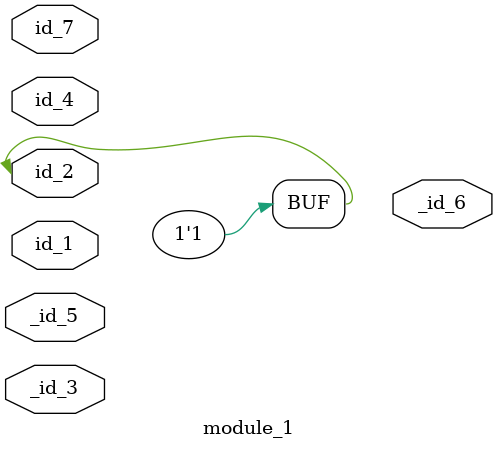
<source format=v>
module module_0 (
    id_1
);
  output wire id_1;
  wire id_2;
  assign module_1.id_6 = 0;
endmodule
module module_1 #(
    parameter id_3 = 32'd11,
    parameter id_5 = 32'd83,
    parameter id_6 = 32'd3
) (
    id_1,
    id_2,
    _id_3,
    id_4,
    _id_5,
    _id_6,
    id_7
);
  input wire id_7;
  output wire _id_6;
  input wire _id_5;
  input wire id_4;
  input wire _id_3;
  inout wire id_2;
  inout wire id_1;
  module_0 modCall_1 (id_2);
  assign id_2 = id_5;
  wire id_8[id_5 : 1  ?  id_6 : id_3];
endmodule

</source>
